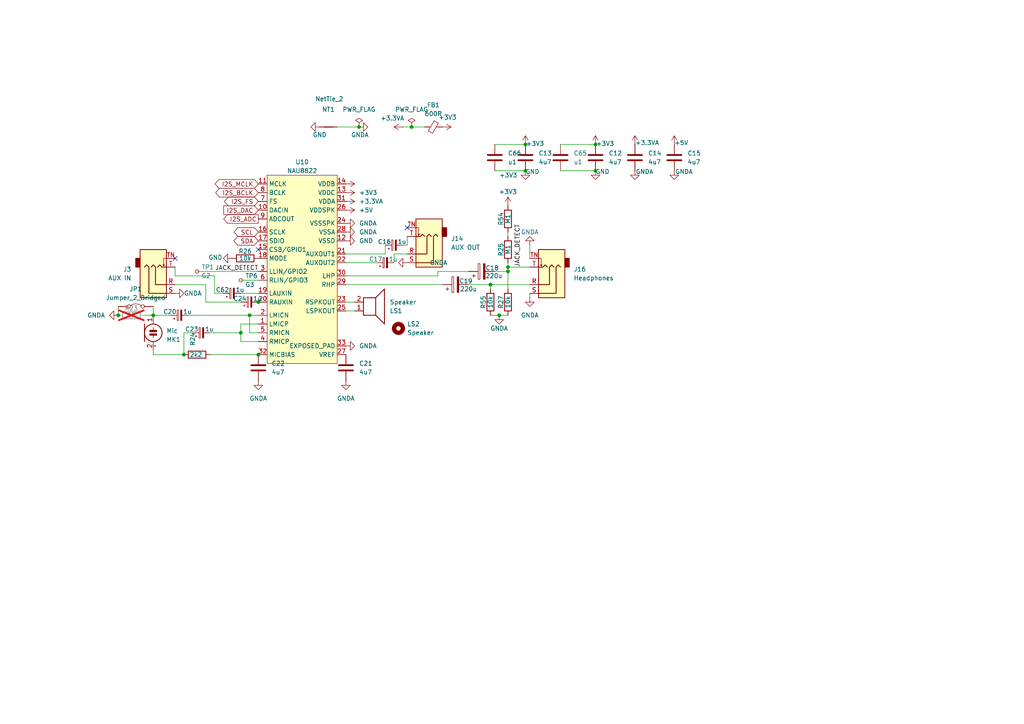
<source format=kicad_sch>
(kicad_sch (version 20231120) (generator "eeschema") (generator_version "8.0")
  (paper "A4")
  (title_block (title "lab@home") (date "2024-08-19") (rev "15.1") (company "Klaus Liebler"))
  (lib_symbols
    (symbol "Connector:TestPoint_Small" (pin_numbers hide) (pin_names (offset 0.762) hide)
      (property "Reference" "TP" (at 0 3.81 0))
      (property "Value" "TestPoint_Small" (at 0 2.032 0))
      (symbol "TestPoint_Small_0_1"
        (circle (center 0 0) (radius 0.508))
      )
      (symbol "TestPoint_Small_1_1"
        (pin passive line (at 0 0 90) (length 0) (name "1") (number "1"))
      )
    )
    (symbol "Connector_Audio:AudioJack3_SwitchT"
      (property "Reference" "J" (at 0 8.89 0))
      (property "Value" "AudioJack3_SwitchT" (at 0 6.35 0))
      (symbol "AudioJack3_SwitchT_0_1"
        (rectangle (start -5.08 -5.08) (end -6.35 -7.62) (stroke (width 0.254)) (fill (type outline)))
        (polyline (pts (xy 1.778 -5.334) (xy 2.032 -5.842)))
        (polyline (pts (xy 0 -5.08) (xy 0.635 -5.715) (xy 1.27 -5.08) (xy 2.54 -5.08)) (stroke (width 0.254)))
        (polyline (pts (xy 2.54 -7.62) (xy 1.778 -7.62) (xy 1.778 -5.334) (xy 1.524 -5.842)))
        (polyline (pts (xy -1.905 -5.08) (xy -1.27 -5.715) (xy -0.635 -5.08) (xy -0.635 0) (xy 2.54 0)) (stroke (width 0.254)))
        (polyline (pts (xy 2.54 2.54) (xy -2.54 2.54) (xy -2.54 -5.08) (xy -3.175 -5.715) (xy -3.81 -5.08)) (stroke (width 0.254)))
        (rectangle (start 2.54 3.81) (end -5.08 -10.16) (stroke (width 0.254)) (fill (type background)))
      )
      (symbol "AudioJack3_SwitchT_1_1"
        (pin passive line (at 5.08 0 180) (length 2.54) (name "~") (number "R"))
        (pin passive line (at 5.08 2.54 180) (length 2.54) (name "~") (number "S"))
        (pin passive line (at 5.08 -5.08 180) (length 2.54) (name "~") (number "T"))
        (pin passive line (at 5.08 -7.62 180) (length 2.54) (name "~") (number "TN"))
      )
    )
    (symbol "Device:C" (pin_numbers hide) (pin_names (offset 0.254))
      (property "Reference" "C" (at 0.635 2.54 0))
      (property "Value" "C" (at 0.635 -2.54 0))
      (symbol "C_0_1"
        (polyline (pts (xy -2.032 -0.762) (xy 2.032 -0.762)) (stroke (width 0.508)))
        (polyline (pts (xy -2.032 0.762) (xy 2.032 0.762)) (stroke (width 0.508)))
      )
      (symbol "C_1_1"
        (pin passive line (at 0 3.81 270) (length 2.794) (name "~") (number "1"))
        (pin passive line (at 0 -3.81 90) (length 2.794) (name "~") (number "2"))
      )
    )
    (symbol "Device:C_Polarized" (pin_numbers hide) (pin_names (offset 0.254))
      (property "Reference" "C" (at 0.635 2.54 0))
      (property "Value" "C_Polarized" (at 0.635 -2.54 0))
      (symbol "C_Polarized_0_1"
        (rectangle (start -2.286 0.508) (end 2.286 1.016))
        (polyline (pts (xy -1.778 2.286) (xy -0.762 2.286)))
        (polyline (pts (xy -1.27 2.794) (xy -1.27 1.778)))
        (rectangle (start 2.286 -0.508) (end -2.286 -1.016) (fill (type outline)))
      )
      (symbol "C_Polarized_1_1"
        (pin passive line (at 0 3.81 270) (length 2.794) (name "~") (number "1"))
        (pin passive line (at 0 -3.81 90) (length 2.794) (name "~") (number "2"))
      )
    )
    (symbol "Device:C_Polarized_Small" (pin_numbers hide) (pin_names (offset 0.254) hide)
      (property "Reference" "C" (at 0.254 1.778 0))
      (property "Value" "C_Polarized_Small" (at 0.254 -2.032 0))
      (symbol "C_Polarized_Small_0_1"
        (rectangle (start -1.524 -0.3048) (end 1.524 -0.6858) (fill (type outline)))
        (rectangle (start -1.524 0.6858) (end 1.524 0.3048))
        (polyline (pts (xy -1.27 1.524) (xy -0.762 1.524)))
        (polyline (pts (xy -1.016 1.27) (xy -1.016 1.778)))
      )
      (symbol "C_Polarized_Small_1_1"
        (pin passive line (at 0 2.54 270) (length 1.8542) (name "~") (number "1"))
        (pin passive line (at 0 -2.54 90) (length 1.8542) (name "~") (number "2"))
      )
    )
    (symbol "Device:FerriteBead_Small" (pin_numbers hide) (pin_names (offset 0))
      (property "Reference" "FB" (at 1.905 1.27 0))
      (property "Value" "FerriteBead_Small" (at 1.905 -1.27 0))
      (symbol "FerriteBead_Small_0_1"
        (polyline (pts (xy 0 -1.27) (xy 0 -0.7874)))
        (polyline (pts (xy 0 0.889) (xy 0 1.2954)))
        (polyline (pts (xy -1.8288 0.2794) (xy -1.1176 1.4986) (xy 1.8288 -0.2032) (xy 1.1176 -1.4224) (xy -1.8288 0.2794)))
      )
      (symbol "FerriteBead_Small_1_1"
        (pin passive line (at 0 2.54 270) (length 1.27) (name "~") (number "1"))
        (pin passive line (at 0 -2.54 90) (length 1.27) (name "~") (number "2"))
      )
    )
    (symbol "Device:Microphone_Condenser" (pin_names (offset 0.0254) hide)
      (property "Reference" "MK" (at -3.302 1.27 0))
      (property "Value" "Microphone_Condenser" (at -3.302 -0.635 0))
      (symbol "Microphone_Condenser_0_1"
        (polyline (pts (xy -2.54 2.54) (xy -2.54 -2.54)) (stroke (width 0.254)))
        (polyline (pts (xy 0 -0.762) (xy 0 -1.524)))
        (polyline (pts (xy 0 0.762) (xy 0 1.524)))
        (polyline (pts (xy 0.254 3.81) (xy 0.762 3.81)))
        (polyline (pts (xy 0.508 4.064) (xy 0.508 3.556)))
        (circle (center 0 0) (radius 2.54) (stroke (width 0.254)))
        (rectangle (start 1.016 -0.254) (end -1.016 -0.762) (fill (type outline)))
        (rectangle (start 1.016 0.762) (end -1.016 0.254) (fill (type outline)))
      )
      (symbol "Microphone_Condenser_1_1"
        (pin passive line (at 0 -5.08 90) (length 2.54) (name "-") (number "1"))
        (pin passive line (at 0 5.08 270) (length 2.54) (name "+") (number "2"))
      )
    )
    (symbol "Device:NetTie_2" (pin_numbers hide) (pin_names (offset 0) hide) (in_bom no)
      (property "Reference" "NT" (at 0 1.27 0))
      (property "Value" "NetTie_2" (at 0 -1.27 0))
      (symbol "NetTie_2_0_1"
        (polyline (pts (xy -1.27 0) (xy 1.27 0)) (stroke (width 0.254)))
      )
      (symbol "NetTie_2_1_1"
        (pin passive line (at -2.54 0 0) (length 2.54) (name "1") (number "1"))
        (pin passive line (at 2.54 0 180) (length 2.54) (name "2") (number "2"))
      )
    )
    (symbol "Device:R" (pin_numbers hide) (pin_names (offset 0))
      (property "Reference" "R" (at 2.032 0 90))
      (property "Value" "R" (at 0 0 90))
      (symbol "R_0_1"
        (rectangle (start -1.016 -2.54) (end 1.016 2.54) (stroke (width 0.254)))
      )
      (symbol "R_1_1"
        (pin passive line (at 0 3.81 270) (length 1.27) (name "~") (number "1"))
        (pin passive line (at 0 -3.81 90) (length 1.27) (name "~") (number "2"))
      )
    )
    (symbol "Device:Speaker" (pin_names (offset 0) hide)
      (property "Reference" "LS" (at 1.27 5.715 0))
      (property "Value" "Speaker" (at 1.27 3.81 0))
      (symbol "Speaker_0_0"
        (rectangle (start -2.54 1.27) (end 1.016 -3.81) (stroke (width 0.254)))
        (polyline (pts (xy 1.016 1.27) (xy 3.556 3.81) (xy 3.556 -6.35) (xy 1.016 -3.81)) (stroke (width 0.254)))
      )
      (symbol "Speaker_1_1"
        (pin input line (at -5.08 0 0) (length 2.54) (name "1") (number "1"))
        (pin input line (at -5.08 -2.54 0) (length 2.54) (name "2") (number "2"))
      )
    )
    (symbol "Jumper:Jumper_2_Bridged" (pin_numbers hide) (pin_names (offset 0) hide) (exclude_from_sim yes)
      (property "Reference" "JP" (at 0 1.905 0))
      (property "Value" "Jumper_2_Bridged" (at 0 -2.54 0))
      (symbol "Jumper_2_Bridged_0_0"
        (circle (center -2.032 0) (radius 0.508))
        (circle (center 2.032 0) (radius 0.508))
      )
      (symbol "Jumper_2_Bridged_0_1"
        (arc (start 1.524 0.254) (mid 0 0.762) (end -1.524 0.254))
      )
      (symbol "Jumper_2_Bridged_1_1"
        (pin passive line (at -5.08 0 0) (length 2.54) (name "A") (number "1"))
        (pin passive line (at 5.08 0 180) (length 2.54) (name "B") (number "2"))
      )
    )
    (symbol "Mechanical:MountingHole" (pin_names (offset 1.016)) (exclude_from_sim yes) (in_bom no)
      (property "Reference" "H" (at 0 5.08 0))
      (property "Value" "MountingHole" (at 0 3.175 0))
      (symbol "MountingHole_0_1"
        (circle (center 0 0) (radius 1.27) (stroke (width 1.27)))
      )
    )
    (symbol "liebler_SEMICONDUCTORS:NAU88C22"
      (property "Reference" "U" (at 0 29.464 0))
      (symbol "NAU88C22_1_1"
        (rectangle (start -10.16 27.94) (end 10.16 -26.67) (fill (type background)))
        (pin input line (at -12.7 -15.24 0) (length 2.54) (name "LMICP") (number "1"))
        (pin input line (at -12.7 17.78 0) (length 2.54) (name "DACIN") (number "10"))
        (pin input line (at -12.7 25.4 0) (length 2.54) (name "MCLK") (number "11"))
        (pin power_in line (at 12.7 8.89 180) (length 2.54) (name "VSSD") (number "12"))
        (pin power_in line (at 12.7 22.86 180) (length 2.54) (name "VDDC") (number "13"))
        (pin power_in line (at 12.7 25.4 180) (length 2.54) (name "VDDB") (number "14"))
        (pin bidirectional line (at -12.7 6.35 0) (length 2.54) (name "CSB/GPIO1") (number "15"))
        (pin input line (at -12.7 11.43 0) (length 2.54) (name "SCLK") (number "16"))
        (pin input line (at -12.7 8.89 0) (length 2.54) (name "SDIO") (number "17"))
        (pin input line (at -12.7 3.81 0) (length 2.54) (name "MODE") (number "18"))
        (pin input line (at -12.7 -6.35 0) (length 2.54) (name "LAUXIN") (number "19"))
        (pin input line (at -12.7 -12.7 0) (length 2.54) (name "LMICN") (number "2"))
        (pin input line (at -12.7 -8.89 0) (length 2.54) (name "RAUXIN") (number "20"))
        (pin output line (at 12.7 5.08 180) (length 2.54) (name "AUXOUT1") (number "21"))
        (pin output line (at 12.7 2.54 180) (length 2.54) (name "AUXOUT2") (number "22"))
        (pin output line (at 12.7 -8.89 180) (length 2.54) (name "RSPKOUT") (number "23"))
        (pin power_in line (at 12.7 13.97 180) (length 2.54) (name "VSSSPK") (number "24"))
        (pin output line (at 12.7 -11.43 180) (length 2.54) (name "LSPKOUT") (number "25"))
        (pin power_in line (at 12.7 17.78 180) (length 2.54) (name "VDDSPK") (number "26"))
        (pin power_out line (at 12.7 -24.13 180) (length 2.54) (name "VREF") (number "27"))
        (pin power_in line (at 12.7 11.43 180) (length 2.54) (name "VSSA") (number "28"))
        (pin output line (at 12.7 -3.81 180) (length 2.54) (name "RHP") (number "29"))
        (pin bidirectional line (at -12.7 0 0) (length 2.54) (name "LLIN/GPIO2") (number "3"))
        (pin output line (at 12.7 -1.27 180) (length 2.54) (name "LHP") (number "30"))
        (pin power_in line (at 12.7 20.32 180) (length 2.54) (name "VDDA") (number "31"))
        (pin input line (at -12.7 -24.13 0) (length 2.54) (name "MICBIAS") (number "32"))
        (pin passive line (at 12.7 -21.59 180) (length 2.54) (name "EXPOSED_PAD") (number "33"))
        (pin input line (at -12.7 -20.32 0) (length 2.54) (name "RMICP") (number "4"))
        (pin input line (at -12.7 -17.78 0) (length 2.54) (name "RMICN") (number "5"))
        (pin bidirectional line (at -12.7 -2.54 0) (length 2.54) (name "RLIN/GPIO3") (number "6"))
        (pin bidirectional line (at -12.7 20.32 0) (length 2.54) (name "FS") (number "7"))
        (pin bidirectional line (at -12.7 22.86 0) (length 2.54) (name "BCLK") (number "8"))
        (pin output line (at -12.7 15.24 0) (length 2.54) (name "ADCOUT") (number "9"))
      )
    )
    (symbol "power:+3.3VA" (power) (pin_numbers hide) (pin_names (offset 0) hide)
      (property "Value" "+3.3VA" (at 0 3.556 0))
      (symbol "+3.3VA_0_1"
        (polyline (pts (xy -0.762 1.27) (xy 0 2.54)))
        (polyline (pts (xy 0 0) (xy 0 2.54)))
        (polyline (pts (xy 0 2.54) (xy 0.762 1.27)))
      )
      (symbol "+3.3VA_1_1"
        (pin power_in line (at 0 0 90) (length 0) (name "~") (number "1"))
      )
    )
    (symbol "power:+3V3" (power) (pin_numbers hide) (pin_names (offset 0) hide)
      (property "Value" "+3V3" (at 0 3.556 0))
      (symbol "+3V3_0_1"
        (polyline (pts (xy -0.762 1.27) (xy 0 2.54)))
        (polyline (pts (xy 0 0) (xy 0 2.54)))
        (polyline (pts (xy 0 2.54) (xy 0.762 1.27)))
      )
      (symbol "+3V3_1_1"
        (pin power_in line (at 0 0 90) (length 0) (name "~") (number "1"))
      )
    )
    (symbol "power:+5V" (power) (pin_numbers hide) (pin_names (offset 0) hide)
      (property "Value" "+5V" (at 0 3.556 0))
      (symbol "+5V_0_1"
        (polyline (pts (xy -0.762 1.27) (xy 0 2.54)))
        (polyline (pts (xy 0 0) (xy 0 2.54)))
        (polyline (pts (xy 0 2.54) (xy 0.762 1.27)))
      )
      (symbol "+5V_1_1"
        (pin power_in line (at 0 0 90) (length 0) (name "~") (number "1"))
      )
    )
    (symbol "power:GND" (power) (pin_numbers hide) (pin_names (offset 0) hide)
      (property "Value" "GND" (at 0 -3.81 0))
      (symbol "GND_0_1"
        (polyline (pts (xy 0 0) (xy 0 -1.27) (xy 1.27 -1.27) (xy 0 -2.54) (xy -1.27 -1.27) (xy 0 -1.27)))
      )
      (symbol "GND_1_1"
        (pin power_in line (at 0 0 270) (length 0) (name "~") (number "1"))
      )
    )
    (symbol "power:GNDA" (power) (pin_numbers hide) (pin_names (offset 0) hide)
      (property "Value" "GNDA" (at 0 -3.81 0))
      (symbol "GNDA_0_1"
        (polyline (pts (xy 0 0) (xy 0 -1.27) (xy 1.27 -1.27) (xy 0 -2.54) (xy -1.27 -1.27) (xy 0 -1.27)))
      )
      (symbol "GNDA_1_1"
        (pin power_in line (at 0 0 270) (length 0) (name "~") (number "1"))
      )
    )
    (symbol "power:PWR_FLAG" (power) (pin_numbers hide) (pin_names (offset 0) hide)
      (property "Value" "PWR_FLAG" (at 0 3.81 0))
      (symbol "PWR_FLAG_0_0"
        (pin power_out line (at 0 0 90) (length 0) (name "~") (number "1"))
      )
      (symbol "PWR_FLAG_0_1"
        (polyline (pts (xy 0 0) (xy 0 1.27) (xy -1.016 1.905) (xy 0 2.54) (xy 1.016 1.905) (xy 0 1.27)))
      )
    )
  )
  (junction (at 142.24 82.55))
  (junction (at 72.39 91.44))
  (junction (at 147.32 78.74))
  (junction (at 53.34 102.87))
  (junction (at 34.29 91.44))
  (junction (at 119.38 36.83))
  (junction (at 152.4 41.91))
  (junction (at 172.72 41.91))
  (junction (at 104.14 36.83))
  (junction (at 44.45 91.44))
  (junction (at 69.85 96.52))
  (junction (at 74.93 102.87))
  (junction (at 147.32 77.47))
  (junction (at 144.78 91.44))
  (junction (at 152.4 49.53))
  (junction (at 74.93 87.63))
  (junction (at 172.72 49.53))
  (no_connect (at 118.11 66.04))
  (no_connect (at 74.93 72.39))
  (no_connect (at 50.8 74.93))
  (wire (pts (xy 44.45 88.9) (xy 44.45 91.44)))
  (wire (pts (xy 72.39 91.44) (xy 74.93 91.44)))
  (wire (pts (xy 100.33 76.2) (xy 109.22 76.2)))
  (wire (pts (xy 60.96 102.87) (xy 74.93 102.87)))
  (wire (pts (xy 100.33 87.63) (xy 102.87 87.63)))
  (wire (pts (xy 74.93 99.06) (xy 69.85 99.06)))
  (wire (pts (xy 119.38 36.83) (xy 123.19 36.83)))
  (wire (pts (xy 69.85 99.06) (xy 69.85 96.52)))
  (wire (pts (xy 73.66 87.63) (xy 74.93 87.63)))
  (wire (pts (xy 62.23 80.01) (xy 50.8 80.01)))
  (wire (pts (xy 114.3 73.66) (xy 118.11 73.66)))
  (wire (pts (xy 143.51 41.91) (xy 152.4 41.91)))
  (wire (pts (xy 116.84 36.83) (xy 119.38 36.83)))
  (wire (pts (xy 104.14 36.83) (xy 97.79 36.83)))
  (wire (pts (xy 53.34 96.52) (xy 53.34 102.87)))
  (wire (pts (xy 44.45 91.44) (xy 49.53 91.44)))
  (wire (pts (xy 111.76 71.12) (xy 111.76 73.66)))
  (wire (pts (xy 147.32 77.47) (xy 147.32 76.2)))
  (wire (pts (xy 62.23 85.09) (xy 64.77 85.09)))
  (wire (pts (xy 44.45 102.87) (xy 44.45 101.6)))
  (wire (pts (xy 162.56 41.91) (xy 172.72 41.91)))
  (wire (pts (xy 69.85 96.52) (xy 69.85 93.98)))
  (wire (pts (xy 69.85 93.98) (xy 74.93 93.98)))
  (wire (pts (xy 118.11 68.58) (xy 118.11 71.12)))
  (wire (pts (xy 72.39 96.52) (xy 72.39 91.44)))
  (wire (pts (xy 142.24 82.55) (xy 142.24 83.82)))
  (wire (pts (xy 100.33 90.17) (xy 102.87 90.17)))
  (wire (pts (xy 57.15 78.74) (xy 74.93 78.74)))
  (wire (pts (xy 147.32 68.58) (xy 147.32 67.31)))
  (wire (pts (xy 59.69 82.55) (xy 50.8 82.55)))
  (wire (pts (xy 127 80.01) (xy 127 78.74)))
  (wire (pts (xy 135.89 82.55) (xy 142.24 82.55)))
  (wire (pts (xy 41.91 91.44) (xy 44.45 91.44)))
  (wire (pts (xy 100.33 82.55) (xy 128.27 82.55)))
  (wire (pts (xy 153.67 85.09) (xy 153.67 86.36)))
  (wire (pts (xy 111.76 73.66) (xy 100.33 73.66)))
  (wire (pts (xy 53.34 102.87) (xy 44.45 102.87)))
  (wire (pts (xy 147.32 78.74) (xy 147.32 83.82)))
  (wire (pts (xy 142.24 91.44) (xy 144.78 91.44)))
  (wire (pts (xy 127 78.74) (xy 135.89 78.74)))
  (wire (pts (xy 143.51 78.74) (xy 147.32 78.74)))
  (wire (pts (xy 162.56 49.53) (xy 172.72 49.53)))
  (wire (pts (xy 100.33 80.01) (xy 127 80.01)))
  (wire (pts (xy 143.51 49.53) (xy 152.4 49.53)))
  (wire (pts (xy 114.3 76.2) (xy 114.3 73.66)))
  (wire (pts (xy 147.32 77.47) (xy 153.67 77.47)))
  (wire (pts (xy 69.85 85.09) (xy 74.93 85.09)))
  (wire (pts (xy 53.34 96.52) (xy 55.88 96.52)))
  (wire (pts (xy 142.24 82.55) (xy 153.67 82.55)))
  (wire (pts (xy 59.69 87.63) (xy 69.85 87.63)))
  (wire (pts (xy 74.93 96.52) (xy 72.39 96.52)))
  (wire (pts (xy 69.85 81.28) (xy 74.93 81.28)))
  (wire (pts (xy 62.23 85.09) (xy 62.23 80.01)))
  (wire (pts (xy 54.61 91.44) (xy 72.39 91.44)))
  (wire (pts (xy 144.78 91.44) (xy 147.32 91.44)))
  (wire (pts (xy 153.67 71.12) (xy 153.67 74.93)))
  (wire (pts (xy 147.32 78.74) (xy 147.32 77.47)))
  (wire (pts (xy 116.84 71.12) (xy 118.11 71.12)))
  (wire (pts (xy 50.8 77.47) (xy 50.8 80.01)))
  (wire (pts (xy 34.29 88.9) (xy 34.29 91.44)))
  (wire (pts (xy 59.69 87.63) (xy 59.69 82.55)))
  (wire (pts (xy 60.96 96.52) (xy 69.85 96.52)))
  (label "JACK_DETECT" (at 151.13 77.47 90))
  (label "JACK_DETECT" (at 74.93 78.74 180))
  (global_label "I2S_BCLK" (shape bidirectional) (at 74.93 55.88 180) (property "Intersheetrefs" "${INTERSHEET_REFS}" (effects (hide yes))))
  (global_label "I2S_DAC" (shape input) (at 74.93 60.96 180) (property "Intersheetrefs" "${INTERSHEET_REFS}" (effects (hide yes))))
  (global_label "I2S_MCLK" (shape bidirectional) (at 74.93 53.34 180) (property "Intersheetrefs" "${INTERSHEET_REFS}" (effects (hide yes))))
  (global_label "SCL" (shape bidirectional) (at 74.93 67.31 180) (property "Intersheetrefs" "${INTERSHEET_REFS}" (effects (hide yes))))
  (global_label "I2S_FS" (shape bidirectional) (at 74.93 58.42 180) (property "Intersheetrefs" "${INTERSHEET_REFS}" (effects (hide yes))))
  (global_label "SDA" (shape bidirectional) (at 74.93 69.85 180) (property "Intersheetrefs" "${INTERSHEET_REFS}" (effects (hide yes))))
  (global_label "I2S_ADC" (shape output) (at 74.93 63.5 180) (property "Intersheetrefs" "${INTERSHEET_REFS}" (effects (hide yes))))
  (symbol (lib_id "Jumper:Jumper_2_Bridged") (at 39.37 88.9 0) (unit 1) (exclude_from_sim yes)
    (property "Reference" "JP1" (at 39.37 83.82 0))
    (property "Value" "Jumper_2_Bridged" (at 39.37 86.36 0))
    (property "Footprint" "Jumper:SolderJumper-2_P1.3mm_Bridged2Bar_Pad1.0x1.5mm" (effects (hide yes)))
    (property "Description" "Jumper, 2-pole, closed/bridged" (effects (hide yes)))
  )
  (symbol (lib_id "power:GNDA") (at 100.33 67.31 90) (unit 1)
    (property "Reference" "#PWR059" (effects (hide yes)))
    (property "Value" "GNDA" (at 104.14 67.3099 90) (effects (justify right)))
    (property "Description" "Power symbol creates a global label with name \"GNDA\" , analog ground" (effects (hide yes)))
  )
  (symbol (lib_id "Device:NetTie_2") (at 95.25 36.83 0) (unit 1) (in_bom no)
    (property "Reference" "NT1" (at 95.25 31.75 0))
    (property "Value" "NetTie_2" (at 95.504 28.702 0))
    (property "Footprint" "NetTie:NetTie-2_SMD_Pad0.5mm" (effects (hide yes)))
    (property "Description" "Net tie, 2 pins" (effects (hide yes)))
  )
  (symbol (lib_id "Connector_Audio:AudioJack3_SwitchT") (at 123.19 73.66 180) (unit 1)
    (property "Reference" "J14" (at 130.81 69.2149 0) (effects (justify right)))
    (property "Value" "AUX OUT" (at 130.81 71.7549 0) (effects (justify right)))
    (property "Footprint" "liebler_CONN:PJ-327A" (effects (hide yes)))
    (property "Description" "Audio Jack, 3 Poles (Stereo / TRS), Switched T Pole (Normalling)" (effects (hide yes)))
  )
  (symbol (lib_id "Device:C_Polarized") (at 132.08 82.55 90) (unit 1)
    (property "Reference" "C19" (at 135.128 81.534 90))
    (property "Value" "220u" (at 135.89 83.82 90))
    (property "Footprint" "Capacitor_SMD:CP_Elec_6.3x5.4" (effects (hide yes)))
    (property "Description" "Polarized capacitor" (effects (hide yes)))
  )
  (symbol (lib_id "power:GND") (at 92.71 36.83 270) (unit 1)
    (property "Reference" "#PWR0182" (effects (hide yes)))
    (property "Value" "GND" (at 92.71 39.116 90))
    (property "Description" "Power symbol creates a global label with name \"GND\" , ground" (effects (hide yes)))
  )
  (symbol (lib_id "power:GNDA") (at 50.8 85.09 90) (unit 1)
    (property "Reference" "#PWR0187" (effects (hide yes)))
    (property "Value" "GNDA" (at 53.34 85.09 90) (effects (justify right)))
    (property "Description" "Power symbol creates a global label with name \"GNDA\" , analog ground" (effects (hide yes)))
  )
  (symbol (lib_id "Connector:TestPoint_Small") (at 69.85 81.28 180) (unit 1)
    (property "Reference" "TP6" (at 71.12 80.0099 0) (effects (justify right)))
    (property "Value" "G3" (at 71.12 82.5499 0) (effects (justify right)))
    (property "Footprint" "TestPoint:TestPoint_THTPad_D1.0mm_Drill0.5mm" (effects (hide yes)))
    (property "Description" "test point" (effects (hide yes)))
  )
  (symbol (lib_id "Device:C_Polarized_Small") (at 67.31 85.09 90) (unit 1)
    (property "Reference" "C62" (at 64.516 84.074 90))
    (property "Value" "1u" (at 69.596 84.074 90))
    (property "Footprint" "Capacitor_Tantalum_SMD:CP_EIA-3216-10_Kemet-I" (effects (hide yes)))
    (property "Description" "Polarized capacitor, small symbol" (effects (hide yes)))
  )
  (symbol (lib_id "power:+3V3") (at 100.33 53.34 270) (unit 1)
    (property "Reference" "#PWR063" (effects (hide yes)))
    (property "Value" "+3V3" (at 144.78 50.7999 90) (effects (justify left)))
    (property "Description" "Power symbol creates a global label with name \"+3V3\"" (effects (hide yes)))
  )
  (symbol (lib_id "Device:R") (at 147.32 63.5 0) (unit 1)
    (property "Reference" "R54" (at 145.288 63.5 90))
    (property "Value" "M1" (at 147.32 63.5 90))
    (property "Footprint" "Resistor_SMD:R_0201_0603Metric" (effects (hide yes)))
    (property "Description" "Resistor" (effects (hide yes)))
  )
  (symbol (lib_id "Device:Speaker") (at 107.95 90.17 0) (mirror x) (unit 1)
    (property "Reference" "LS1" (at 113.03 90.1701 0) (effects (justify left)))
    (property "Value" "Speaker" (at 113.03 87.6301 0) (effects (justify left)))
    (property "Footprint" "Inductor_SMD:L_Abracon_ASPI-0425" (effects (hide yes)))
    (property "Description" "Speaker" (effects (hide yes)))
  )
  (symbol (lib_id "Device:C_Polarized_Small") (at 114.3 71.12 90) (unit 1)
    (property "Reference" "C16" (at 111.506 70.104 90))
    (property "Value" "1u" (at 116.586 70.104 90))
    (property "Footprint" "Capacitor_Tantalum_SMD:CP_EIA-3216-10_Kemet-I" (effects (hide yes)))
    (property "Description" "Polarized capacitor, small symbol" (effects (hide yes)))
  )
  (symbol (lib_id "Device:C_Polarized_Small") (at 72.39 87.63 90) (unit 1)
    (property "Reference" "C24" (at 69.596 86.614 90))
    (property "Value" "1u" (at 74.676 86.614 90))
    (property "Footprint" "Capacitor_Tantalum_SMD:CP_EIA-3216-10_Kemet-I" (effects (hide yes)))
    (property "Description" "Polarized capacitor, small symbol" (effects (hide yes)))
  )
  (symbol (lib_id "Device:C") (at 74.93 106.68 0) (unit 1)
    (property "Reference" "C22" (at 78.74 105.4099 0) (effects (justify left)))
    (property "Value" "4u7" (at 78.74 107.9499 0) (effects (justify left)))
    (property "Footprint" "Capacitor_SMD:C_0402_1005Metric" (effects (hide yes)))
    (property "Description" "Unpolarized capacitor" (effects (hide yes)))
  )
  (symbol (lib_id "power:+3.3VA") (at 184.15 41.91 0) (unit 1)
    (property "Reference" "#PWR071" (effects (hide yes)))
    (property "Value" "+3.3VA" (at 187.706 41.402 0))
    (property "Description" "Power symbol creates a global label with name \"+3.3VA\"" (effects (hide yes)))
  )
  (symbol (lib_id "Device:R") (at 71.12 74.93 270) (unit 1)
    (property "Reference" "R26" (at 71.12 72.898 90))
    (property "Value" "10k" (at 71.12 74.93 90))
    (property "Footprint" "Resistor_SMD:R_0201_0603Metric" (effects (hide yes)))
    (property "Description" "Resistor" (effects (hide yes)))
  )
  (symbol (lib_id "power:GNDA") (at 153.67 71.12 180) (unit 1)
    (property "Reference" "#PWR0176" (effects (hide yes)))
    (property "Value" "GNDA" (at 153.67 67.31 0))
    (property "Description" "Power symbol creates a global label with name \"GNDA\" , analog ground" (effects (hide yes)))
  )
  (symbol (lib_id "power:PWR_FLAG") (at 119.38 36.83 0) (unit 1)
    (property "Reference" "#FLG06" (effects (hide yes)))
    (property "Value" "PWR_FLAG" (at 119.38 31.75 0))
    (property "Description" "Special symbol for telling ERC where power comes from" (effects (hide yes)))
  )
  (symbol (lib_id "Device:R") (at 38.1 91.44 90) (unit 1) (dnp yes)
    (property "Reference" "R23" (at 38.1 89.408 90))
    (property "Value" "0R" (at 38.1 91.44 90))
    (property "Footprint" "Diode_SMD:D_0805_2012Metric_Pad1.15x1.40mm_HandSolder" (effects (hide yes)))
    (property "Description" "Resistor" (effects (hide yes)))
  )
  (symbol (lib_id "Device:C_Polarized_Small") (at 111.76 76.2 90) (unit 1)
    (property "Reference" "C17" (at 108.966 75.184 90))
    (property "Value" "1u" (at 114.046 75.184 90))
    (property "Footprint" "Capacitor_Tantalum_SMD:CP_EIA-3216-10_Kemet-I" (effects (hide yes)))
    (property "Description" "Polarized capacitor, small symbol" (effects (hide yes)))
  )
  (symbol (lib_id "Device:R") (at 147.32 72.39 0) (unit 1)
    (property "Reference" "R25" (at 145.288 72.39 90))
    (property "Value" "M1" (at 147.32 72.39 90))
    (property "Footprint" "Resistor_SMD:R_0201_0603Metric" (effects (hide yes)))
    (property "Description" "Resistor" (effects (hide yes)))
  )
  (symbol (lib_id "Device:FerriteBead_Small") (at 125.73 36.83 90) (unit 1)
    (property "Reference" "FB1" (at 125.6919 30.48 90))
    (property "Value" "600R" (at 125.6919 33.02 90))
    (property "Footprint" "Inductor_SMD:L_0603_1608Metric" (effects (hide yes)))
    (property "Description" "Ferrite bead, small symbol" (effects (hide yes)))
  )
  (symbol (lib_id "power:+3V3") (at 100.33 55.88 270) (unit 1)
    (property "Reference" "#PWR062" (effects (hide yes)))
    (property "Value" "+3V3" (at 104.14 55.8799 90) (effects (justify left)))
    (property "Description" "Power symbol creates a global label with name \"+3V3\"" (effects (hide yes)))
  )
  (symbol (lib_id "power:+3V3") (at 128.27 36.83 270) (unit 1)
    (property "Reference" "#PWR0181" (effects (hide yes)))
    (property "Value" "+3V3" (at 129.794 34.036 90))
    (property "Description" "Power symbol creates a global label with name \"+3V3\"" (effects (hide yes)))
  )
  (symbol (lib_id "power:+3.3VA") (at 116.84 36.83 90) (unit 1)
    (property "Reference" "#PWR0180" (effects (hide yes)))
    (property "Value" "+3.3VA" (at 113.792 34.29 90))
    (property "Description" "Power symbol creates a global label with name \"+3.3VA\"" (effects (hide yes)))
  )
  (symbol (lib_id "Device:C") (at 162.56 45.72 0) (unit 1)
    (property "Reference" "C65" (at 166.37 44.4499 0) (effects (justify left)))
    (property "Value" "u1" (at 166.37 46.9899 0) (effects (justify left)))
    (property "Footprint" "Capacitor_SMD:C_0201_0603Metric" (effects (hide yes)))
    (property "Description" "Unpolarized capacitor" (effects (hide yes)))
  )
  (symbol (lib_id "Connector_Audio:AudioJack3_SwitchT") (at 158.75 82.55 180) (unit 1)
    (property "Reference" "J16" (at 166.37 78.1049 0) (effects (justify right)))
    (property "Value" "Headphones" (at 166.37 80.6449 0) (effects (justify right)))
    (property "Footprint" "liebler_CONN:PJ-327A" (effects (hide yes)))
    (property "Description" "Audio Jack, 3 Poles (Stereo / TRS), Switched T Pole (Normalling)" (effects (hide yes)))
  )
  (symbol (lib_id "Device:Microphone_Condenser") (at 44.45 96.52 0) (mirror x) (unit 1)
    (property "Reference" "MK1" (at 48.26 98.4886 0) (effects (justify left)))
    (property "Value" "Mic" (at 48.26 95.9486 0) (effects (justify left)))
    (property "Footprint" "liebler_PASSIVES:Microphone_6mm" (effects (hide yes)))
    (property "Description" "Condenser microphone" (effects (hide yes)))
  )
  (symbol (lib_id "power:GNDA") (at 195.58 49.53 0) (unit 1)
    (property "Reference" "#PWR072" (effects (hide yes)))
    (property "Value" "GNDA" (at 198.374 49.784 0))
    (property "Description" "Power symbol creates a global label with name \"GNDA\" , analog ground" (effects (hide yes)))
  )
  (symbol (lib_id "power:GNDA") (at 100.33 100.33 90) (unit 1)
    (property "Reference" "#PWR074" (effects (hide yes)))
    (property "Value" "GNDA" (at 104.14 100.3299 90) (effects (justify right)))
    (property "Description" "Power symbol creates a global label with name \"GNDA\" , analog ground" (effects (hide yes)))
  )
  (symbol (lib_id "Device:C") (at 184.15 45.72 0) (unit 1)
    (property "Reference" "C14" (at 187.96 44.4499 0) (effects (justify left)))
    (property "Value" "4u7" (at 187.96 46.9899 0) (effects (justify left)))
    (property "Footprint" "Capacitor_SMD:C_0402_1005Metric" (effects (hide yes)))
    (property "Description" "Unpolarized capacitor" (effects (hide yes)))
  )
  (symbol (lib_id "Device:C") (at 143.51 45.72 0) (unit 1)
    (property "Reference" "C66" (at 147.32 44.4499 0) (effects (justify left)))
    (property "Value" "u1" (at 147.32 46.9899 0) (effects (justify left)))
    (property "Footprint" "Capacitor_SMD:C_0201_0603Metric" (effects (hide yes)))
    (property "Description" "Unpolarized capacitor" (effects (hide yes)))
  )
  (symbol (lib_id "power:+5V") (at 195.58 41.91 0) (unit 1)
    (property "Reference" "#PWR073" (effects (hide yes)))
    (property "Value" "+5V" (at 197.612 41.402 0))
    (property "Description" "Power symbol creates a global label with name \"+5V\"" (effects (hide yes)))
  )
  (symbol (lib_id "Device:C_Polarized") (at 139.7 78.74 90) (unit 1)
    (property "Reference" "C18" (at 142.748 77.724 90))
    (property "Value" "220u" (at 143.256 80.01 90))
    (property "Footprint" "Capacitor_SMD:CP_Elec_6.3x5.4" (effects (hide yes)))
    (property "Description" "Polarized capacitor" (effects (hide yes)))
  )
  (symbol (lib_id "Device:R") (at 142.24 87.63 0) (unit 1)
    (property "Reference" "R55" (at 140.208 87.63 90))
    (property "Value" "10k" (at 142.24 87.63 90))
    (property "Footprint" "Resistor_SMD:R_0201_0603Metric" (effects (hide yes)))
    (property "Description" "Resistor" (effects (hide yes)))
  )
  (symbol (lib_id "power:GNDA") (at 104.14 36.83 90) (unit 1)
    (property "Reference" "#PWR0183" (effects (hide yes)))
    (property "Value" "GNDA" (at 104.394 39.116 90))
    (property "Description" "Power symbol creates a global label with name \"GNDA\" , analog ground" (effects (hide yes)))
  )
  (symbol (lib_id "power:GND") (at 67.31 74.93 270) (unit 1)
    (property "Reference" "#PWR0184" (effects (hide yes)))
    (property "Value" "GND" (at 62.484 74.676 90))
    (property "Description" "Power symbol creates a global label with name \"GND\" , ground" (effects (hide yes)))
  )
  (symbol (lib_id "Connector_Audio:AudioJack3_SwitchT") (at 45.72 82.55 0) (mirror x) (unit 1)
    (property "Reference" "J3" (at 38.1 78.1049 0) (effects (justify right)))
    (property "Value" "AUX IN" (at 38.1 80.6449 0) (effects (justify right)))
    (property "Footprint" "liebler_CONN:PJ-327A" (effects (hide yes)))
    (property "Description" "Audio Jack, 3 Poles (Stereo / TRS), Switched T Pole (Normalling)" (effects (hide yes)))
  )
  (symbol (lib_id "power:GND") (at 100.33 69.85 90) (unit 1)
    (property "Reference" "#PWR064" (effects (hide yes)))
    (property "Value" "GND" (at 104.14 69.8499 90) (effects (justify right)))
    (property "Description" "Power symbol creates a global label with name \"GND\" , ground" (effects (hide yes)))
  )
  (symbol (lib_id "Mechanical:MountingHole") (at 115.57 95.25 0) (unit 1) (exclude_from_sim yes) (in_bom no)
    (property "Reference" "LS2" (at 118.11 93.9799 0) (effects (justify left)))
    (property "Value" "Speaker" (at 118.11 96.5199 0) (effects (justify left)))
    (property "Footprint" "liebler_MECH:SPEAKER_2415" (effects (hide yes)))
    (property "Description" "Mounting Hole without connection" (effects (hide yes)))
  )
  (symbol (lib_id "Device:R") (at 147.32 87.63 0) (unit 1)
    (property "Reference" "R27" (at 145.288 87.63 90))
    (property "Value" "10k" (at 147.32 87.63 90))
    (property "Footprint" "Resistor_SMD:R_0201_0603Metric" (effects (hide yes)))
    (property "Description" "Resistor" (effects (hide yes)))
  )
  (symbol (lib_id "power:GNDA") (at 100.33 64.77 90) (unit 1)
    (property "Reference" "#PWR058" (effects (hide yes)))
    (property "Value" "GNDA" (at 104.14 64.7699 90) (effects (justify right)))
    (property "Description" "Power symbol creates a global label with name \"GNDA\" , analog ground" (effects (hide yes)))
  )
  (symbol (lib_id "power:GNDA") (at 184.15 49.53 0) (unit 1)
    (property "Reference" "#PWR070" (effects (hide yes)))
    (property "Value" "GNDA" (at 186.944 49.784 0))
    (property "Description" "Power symbol creates a global label with name \"GNDA\" , analog ground" (effects (hide yes)))
  )
  (symbol (lib_id "Device:C") (at 100.33 106.68 0) (unit 1)
    (property "Reference" "C21" (at 104.14 105.4099 0) (effects (justify left)))
    (property "Value" "4u7" (at 104.14 107.9499 0) (effects (justify left)))
    (property "Footprint" "Capacitor_SMD:C_0402_1005Metric" (effects (hide yes)))
    (property "Description" "Unpolarized capacitor" (effects (hide yes)))
  )
  (symbol (lib_id "power:+3.3VA") (at 100.33 58.42 270) (unit 1)
    (property "Reference" "#PWR065" (effects (hide yes)))
    (property "Value" "+3.3VA" (at 104.14 58.4199 90) (effects (justify left)))
    (property "Description" "Power symbol creates a global label with name \"+3.3VA\"" (effects (hide yes)))
  )
  (symbol (lib_id "power:GNDA") (at 34.29 91.44 270) (unit 1)
    (property "Reference" "#PWR0153" (effects (hide yes)))
    (property "Value" "GNDA" (at 30.48 91.4399 90) (effects (justify right)))
    (property "Description" "Power symbol creates a global label with name \"GNDA\" , analog ground" (effects (hide yes)))
  )
  (symbol (lib_id "Connector:TestPoint_Small") (at 57.15 78.74 180) (unit 1)
    (property "Reference" "TP1" (at 58.42 77.4699 0) (effects (justify right)))
    (property "Value" "G2" (at 58.42 80.0099 0) (effects (justify right)))
    (property "Footprint" "TestPoint:TestPoint_THTPad_D1.0mm_Drill0.5mm" (effects (hide yes)))
    (property "Description" "test point" (effects (hide yes)))
  )
  (symbol (lib_id "Device:R") (at 57.15 102.87 90) (unit 1)
    (property "Reference" "R24" (at 55.8799 100.33 0) (effects (justify left)))
    (property "Value" "2k2" (at 58.674 102.87 90) (effects (justify left)))
    (property "Footprint" "Resistor_SMD:R_0402_1005Metric" (effects (hide yes)))
    (property "Description" "Resistor" (effects (hide yes)))
  )
  (symbol (lib_id "Device:C") (at 152.4 45.72 0) (unit 1)
    (property "Reference" "C13" (at 156.21 44.4499 0) (effects (justify left)))
    (property "Value" "4u7" (at 156.21 46.9899 0) (effects (justify left)))
    (property "Footprint" "Capacitor_SMD:C_0402_1005Metric" (effects (hide yes)))
    (property "Description" "Unpolarized capacitor" (effects (hide yes)))
  )
  (symbol (lib_id "power:GNDA") (at 153.67 86.36 0) (unit 1)
    (property "Reference" "#PWR0175" (effects (hide yes)))
    (property "Value" "GNDA" (at 153.67 91.44 0))
    (property "Description" "Power symbol creates a global label with name \"GNDA\" , analog ground" (effects (hide yes)))
  )
  (symbol (lib_id "power:GND") (at 172.72 49.53 0) (unit 1)
    (property "Reference" "#PWR069" (effects (hide yes)))
    (property "Value" "GND" (at 174.752 49.784 0))
    (property "Description" "Power symbol creates a global label with name \"GND\" , ground" (effects (hide yes)))
  )
  (symbol (lib_id "power:GNDA") (at 144.78 91.44 0) (unit 1)
    (property "Reference" "#PWR0185" (effects (hide yes)))
    (property "Value" "GNDA" (at 144.78 95.25 0))
    (property "Description" "Power symbol creates a global label with name \"GNDA\" , analog ground" (effects (hide yes)))
  )
  (symbol (lib_id "power:+5V") (at 100.33 60.96 270) (unit 1)
    (property "Reference" "#PWR061" (effects (hide yes)))
    (property "Value" "+5V" (at 104.14 60.9599 90) (effects (justify left)))
    (property "Description" "Power symbol creates a global label with name \"+5V\"" (effects (hide yes)))
  )
  (symbol (lib_id "power:+3V3") (at 172.72 41.91 0) (unit 1)
    (property "Reference" "#PWR067" (effects (hide yes)))
    (property "Value" "+3V3" (at 175.514 41.656 0))
    (property "Description" "Power symbol creates a global label with name \"+3V3\"" (effects (hide yes)))
  )
  (symbol (lib_id "liebler_SEMICONDUCTORS:NAU88C22") (at 87.63 78.74 0) (unit 1)
    (property "Reference" "U10" (at 87.63 46.99 0))
    (property "Value" "NAU8822" (at 87.63 49.53 0))
    (property "Footprint" "Package_DFN_QFN:QFN-32-1EP_5x5mm_P0.5mm_EP3.6x3.6mm_ThermalVias" (effects (hide yes)))
  )
  (symbol (lib_id "power:PWR_FLAG") (at 104.14 36.83 0) (unit 1)
    (property "Reference" "#FLG07" (effects (hide yes)))
    (property "Value" "PWR_FLAG" (at 104.14 31.75 0))
    (property "Description" "Special symbol for telling ERC where power comes from" (effects (hide yes)))
  )
  (symbol (lib_id "power:GNDA") (at 100.33 110.49 0) (unit 1)
    (property "Reference" "#PWR0154" (effects (hide yes)))
    (property "Value" "GNDA" (at 100.33 115.57 0))
    (property "Description" "Power symbol creates a global label with name \"GNDA\" , analog ground" (effects (hide yes)))
  )
  (symbol (lib_id "Device:C_Polarized_Small") (at 52.07 91.44 90) (unit 1)
    (property "Reference" "C20" (at 49.276 90.424 90))
    (property "Value" "1u" (at 54.356 90.424 90))
    (property "Footprint" "Capacitor_Tantalum_SMD:CP_EIA-3216-10_Kemet-I" (effects (hide yes)))
    (property "Description" "Polarized capacitor, small symbol" (effects (hide yes)))
  )
  (symbol (lib_id "power:GND") (at 152.4 49.53 0) (unit 1)
    (property "Reference" "#PWR068" (effects (hide yes)))
    (property "Value" "GND" (at 154.432 49.784 0))
    (property "Description" "Power symbol creates a global label with name \"GND\" , ground" (effects (hide yes)))
  )
  (symbol (lib_id "power:GNDA") (at 118.11 76.2 270) (unit 1)
    (property "Reference" "#PWR0186" (effects (hide yes)))
    (property "Value" "GNDA" (at 129.794 76.2 90) (effects (justify right)))
    (property "Description" "Power symbol creates a global label with name \"GNDA\" , analog ground" (effects (hide yes)))
  )
  (symbol (lib_id "Device:C") (at 172.72 45.72 0) (unit 1)
    (property "Reference" "C12" (at 176.53 44.4499 0) (effects (justify left)))
    (property "Value" "4u7" (at 176.53 46.9899 0) (effects (justify left)))
    (property "Footprint" "Capacitor_SMD:C_0402_1005Metric" (effects (hide yes)))
    (property "Description" "Unpolarized capacitor" (effects (hide yes)))
  )
  (symbol (lib_id "power:+3V3") (at 152.4 41.91 0) (unit 1)
    (property "Reference" "#PWR066" (effects (hide yes)))
    (property "Value" "+3V3" (at 155.194 41.656 0))
    (property "Description" "Power symbol creates a global label with name \"+3V3\"" (effects (hide yes)))
  )
  (symbol (lib_id "Device:C_Polarized_Small") (at 58.42 96.52 90) (unit 1)
    (property "Reference" "C23" (at 55.626 95.504 90))
    (property "Value" "1u" (at 60.706 95.504 90))
    (property "Footprint" "Capacitor_Tantalum_SMD:CP_EIA-3216-10_Kemet-I" (effects (hide yes)))
    (property "Description" "Polarized capacitor, small symbol" (effects (hide yes)))
  )
  (symbol (lib_id "power:GNDA") (at 74.93 110.49 0) (unit 1)
    (property "Reference" "#PWR0171" (effects (hide yes)))
    (property "Value" "GNDA" (at 74.93 115.57 0))
    (property "Description" "Power symbol creates a global label with name \"GNDA\" , analog ground" (effects (hide yes)))
  )
  (symbol (lib_id "Device:C") (at 195.58 45.72 0) (unit 1)
    (property "Reference" "C15" (at 199.39 44.4499 0) (effects (justify left)))
    (property "Value" "4u7" (at 199.39 46.9899 0) (effects (justify left)))
    (property "Footprint" "Capacitor_SMD:C_0402_1005Metric" (effects (hide yes)))
    (property "Description" "Unpolarized capacitor" (effects (hide yes)))
  )
  (symbol (lib_id "power:+3V3") (at 147.32 59.69 0) (unit 1)
    (property "Reference" "#PWR0177" (effects (hide yes)))
    (property "Value" "+3V3" (at 147.32 55.626 0))
    (property "Description" "Power symbol creates a global label with name \"+3V3\"" (effects (hide yes)))
  )
)
</source>
